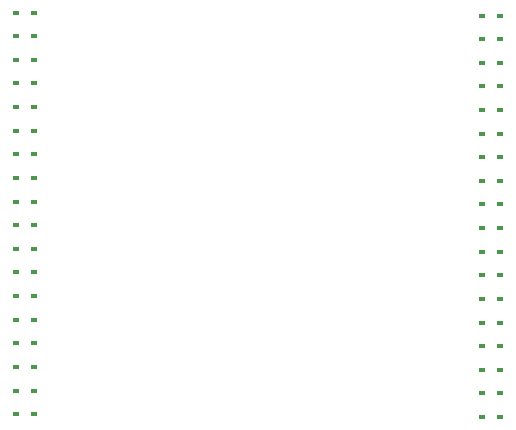
<source format=gtp>
%TF.GenerationSoftware,KiCad,Pcbnew,9.0.6-1.fc42*%
%TF.CreationDate,2026-01-04T08:40:16+11:00*%
%TF.ProjectId,keyboard-split-splay-5x3+2-pinky-cluster,6b657962-6f61-4726-942d-73706c69742d,rev?*%
%TF.SameCoordinates,Original*%
%TF.FileFunction,Paste,Top*%
%TF.FilePolarity,Positive*%
%FSLAX46Y46*%
G04 Gerber Fmt 4.6, Leading zero omitted, Abs format (unit mm)*
G04 Created by KiCad (PCBNEW 9.0.6-1.fc42) date 2026-01-04 08:40:16*
%MOMM*%
%LPD*%
G01*
G04 APERTURE LIST*
%ADD10R,0.590000X0.450000*%
G04 APERTURE END LIST*
D10*
%TO.C,D34*%
X148760000Y-141500000D03*
X147240000Y-141500000D03*
%TD*%
%TO.C,D27*%
X148770000Y-129500000D03*
X147250000Y-129500000D03*
%TD*%
%TO.C,D7*%
X186740000Y-145750000D03*
X188260000Y-145750000D03*
%TD*%
%TO.C,D20*%
X148760000Y-117500000D03*
X147240000Y-117500000D03*
%TD*%
%TO.C,D29*%
X148780000Y-133500000D03*
X147260000Y-133500000D03*
%TD*%
%TO.C,D9*%
X186750000Y-129750000D03*
X188270000Y-129750000D03*
%TD*%
%TO.C,D14*%
X186740000Y-139750000D03*
X188260000Y-139750000D03*
%TD*%
%TO.C,D11*%
X186730000Y-149750000D03*
X188250000Y-149750000D03*
%TD*%
%TO.C,D5*%
X186740000Y-137750000D03*
X188260000Y-137750000D03*
%TD*%
%TO.C,D13*%
X186740000Y-141750000D03*
X188260000Y-141750000D03*
%TD*%
%TO.C,D1*%
X186740000Y-143750000D03*
X188260000Y-143750000D03*
%TD*%
%TO.C,D2*%
X186740000Y-131750000D03*
X188260000Y-131750000D03*
%TD*%
%TO.C,D26*%
X148770000Y-127500000D03*
X147250000Y-127500000D03*
%TD*%
%TO.C,D12*%
X186730000Y-135750000D03*
X188250000Y-135750000D03*
%TD*%
%TO.C,D30*%
X148760000Y-145500000D03*
X147240000Y-145500000D03*
%TD*%
%TO.C,D32*%
X148760000Y-137500000D03*
X147240000Y-137500000D03*
%TD*%
%TO.C,D21*%
X148760000Y-119500000D03*
X147240000Y-119500000D03*
%TD*%
%TO.C,D25*%
X148780000Y-125500000D03*
X147260000Y-125500000D03*
%TD*%
%TO.C,D22*%
X148760000Y-121500000D03*
X147240000Y-121500000D03*
%TD*%
%TO.C,D36*%
X148760000Y-147500000D03*
X147240000Y-147500000D03*
%TD*%
%TO.C,D28*%
X148780000Y-131500000D03*
X147260000Y-131500000D03*
%TD*%
%TO.C,D4*%
X186740000Y-119750000D03*
X188260000Y-119750000D03*
%TD*%
%TO.C,D24*%
X148760000Y-143500000D03*
X147240000Y-143500000D03*
%TD*%
%TO.C,D33*%
X148760000Y-139500000D03*
X147240000Y-139500000D03*
%TD*%
%TO.C,D6*%
X186740000Y-123750000D03*
X188260000Y-123750000D03*
%TD*%
%TO.C,D19*%
X148760000Y-115500000D03*
X147240000Y-115500000D03*
%TD*%
%TO.C,D35*%
X148760000Y-149500000D03*
X147240000Y-149500000D03*
%TD*%
%TO.C,D23*%
X148760000Y-123500000D03*
X147240000Y-123500000D03*
%TD*%
%TO.C,D31*%
X148760000Y-135500000D03*
X147240000Y-135500000D03*
%TD*%
%TO.C,D3*%
X186740000Y-121750000D03*
X188260000Y-121750000D03*
%TD*%
%TO.C,D15*%
X186740000Y-125750000D03*
X188260000Y-125750000D03*
%TD*%
%TO.C,D16*%
X186730000Y-147750000D03*
X188250000Y-147750000D03*
%TD*%
%TO.C,D10*%
X186740000Y-127750000D03*
X188260000Y-127750000D03*
%TD*%
%TO.C,D18*%
X186740000Y-115750000D03*
X188260000Y-115750000D03*
%TD*%
%TO.C,D8*%
X186750000Y-133750000D03*
X188270000Y-133750000D03*
%TD*%
%TO.C,D17*%
X186750000Y-117750000D03*
X188270000Y-117750000D03*
%TD*%
M02*

</source>
